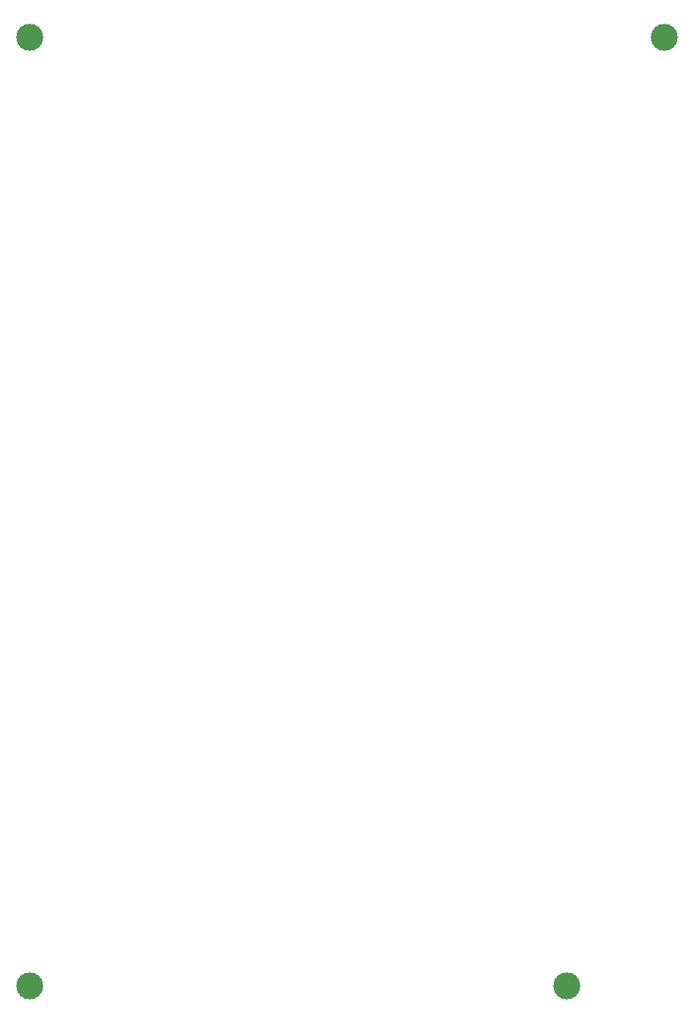
<source format=gtl>
G04 Layer: TopLayer*
G04 EasyEDA v6.5.34, 2023-08-21 18:11:39*
G04 fac92c3893cd48509e925d7eb78dc15b,5a6b42c53f6a479593ecc07194224c93,10*
G04 Gerber Generator version 0.2*
G04 Scale: 100 percent, Rotated: No, Reflected: No *
G04 Dimensions in millimeters *
G04 leading zeros omitted , absolute positions ,4 integer and 5 decimal *
%FSLAX45Y45*%
%MOMM*%

%ADD10C,3.0000*%

%LPD*%
D10*
G01*
X1587601Y1134871D03*
G01*
X7556474Y1134871D03*
G01*
X1587601Y11675871D03*
G01*
X8635974Y11675871D03*
M02*

</source>
